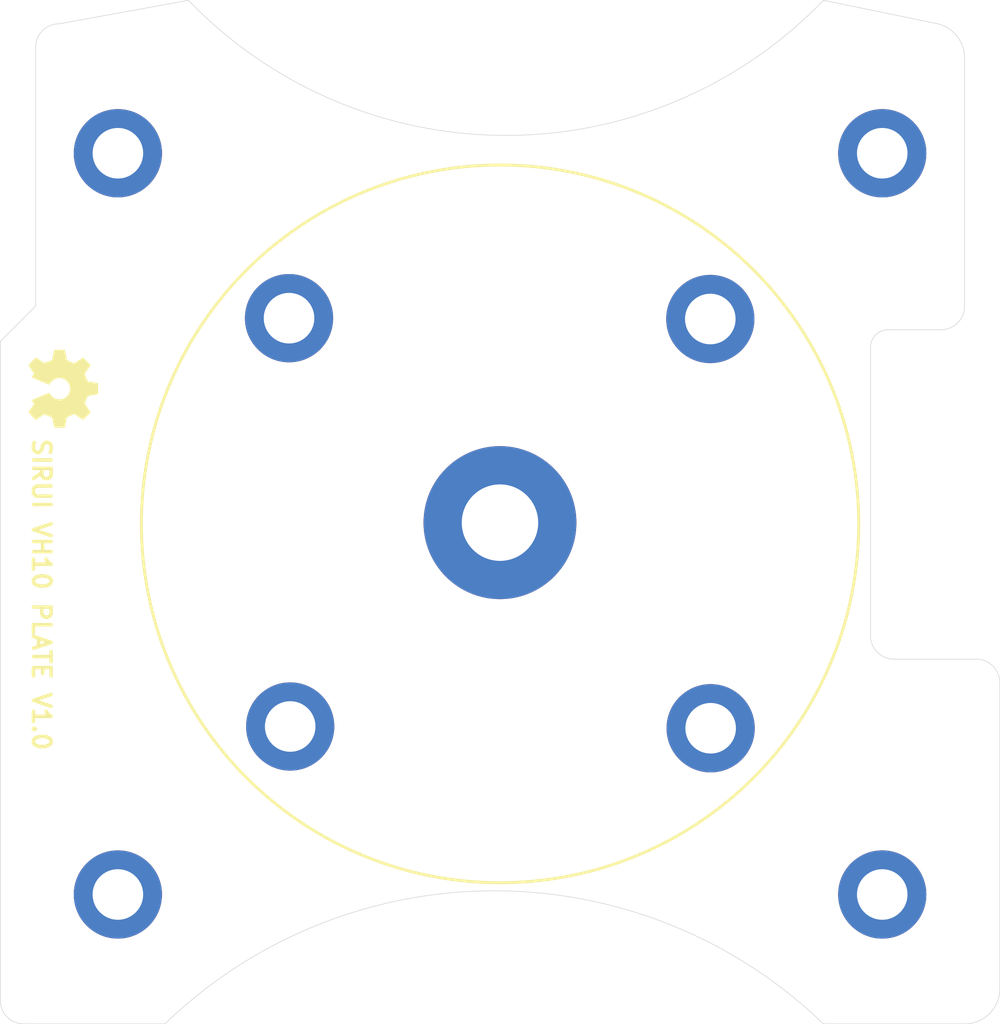
<source format=kicad_pcb>
(kicad_pcb (version 20171130) (host pcbnew "(5.1.5)-3")

  (general
    (thickness 1.6)
    (drawings 27)
    (tracks 0)
    (zones 0)
    (modules 11)
    (nets 11)
  )

  (page A4)
  (layers
    (0 F.Cu signal)
    (31 B.Cu signal)
    (32 B.Adhes user)
    (33 F.Adhes user)
    (34 B.Paste user)
    (35 F.Paste user)
    (36 B.SilkS user)
    (37 F.SilkS user)
    (38 B.Mask user)
    (39 F.Mask user)
    (40 Dwgs.User user)
    (41 Cmts.User user)
    (42 Eco1.User user)
    (43 Eco2.User user)
    (44 Edge.Cuts user)
    (45 Margin user)
    (46 B.CrtYd user)
    (47 F.CrtYd user)
    (48 B.Fab user)
    (49 F.Fab user)
  )

  (setup
    (last_trace_width 0.25)
    (trace_clearance 0.2)
    (zone_clearance 0.508)
    (zone_45_only no)
    (trace_min 0.2)
    (via_size 0.8)
    (via_drill 0.4)
    (via_min_size 0.4)
    (via_min_drill 0.3)
    (uvia_size 0.3)
    (uvia_drill 0.1)
    (uvias_allowed no)
    (uvia_min_size 0.2)
    (uvia_min_drill 0.1)
    (edge_width 0.05)
    (segment_width 0.2)
    (pcb_text_width 0.3)
    (pcb_text_size 1.5 1.5)
    (mod_edge_width 0.12)
    (mod_text_size 1 1)
    (mod_text_width 0.15)
    (pad_size 1.524 1.524)
    (pad_drill 0.762)
    (pad_to_mask_clearance 0.051)
    (solder_mask_min_width 0.25)
    (aux_axis_origin 0 0)
    (visible_elements 7FFFFFFF)
    (pcbplotparams
      (layerselection 0x010fc_ffffffff)
      (usegerberextensions false)
      (usegerberattributes false)
      (usegerberadvancedattributes false)
      (creategerberjobfile false)
      (excludeedgelayer true)
      (linewidth 0.100000)
      (plotframeref false)
      (viasonmask false)
      (mode 1)
      (useauxorigin false)
      (hpglpennumber 1)
      (hpglpenspeed 20)
      (hpglpendiameter 15.000000)
      (psnegative false)
      (psa4output false)
      (plotreference true)
      (plotvalue true)
      (plotinvisibletext false)
      (padsonsilk false)
      (subtractmaskfromsilk false)
      (outputformat 1)
      (mirror false)
      (drillshape 0)
      (scaleselection 1)
      (outputdirectory "GERBER/"))
  )

  (net 0 "")
  (net 1 "Net-(J1-Pad1)")
  (net 2 "Net-(J2-Pad1)")
  (net 3 "Net-(J3-Pad1)")
  (net 4 "Net-(J4-Pad1)")
  (net 5 "Net-(J5-Pad1)")
  (net 6 "Net-(J6-Pad1)")
  (net 7 "Net-(J7-Pad1)")
  (net 8 "Net-(J8-Pad1)")
  (net 9 "Net-(J9-Pad1)")
  (net 10 "Net-(J10-Pad1)")

  (net_class Default "This is the default net class."
    (clearance 0.2)
    (trace_width 0.25)
    (via_dia 0.8)
    (via_drill 0.4)
    (uvia_dia 0.3)
    (uvia_drill 0.1)
    (add_net "Net-(J1-Pad1)")
    (add_net "Net-(J10-Pad1)")
    (add_net "Net-(J2-Pad1)")
    (add_net "Net-(J3-Pad1)")
    (add_net "Net-(J4-Pad1)")
    (add_net "Net-(J5-Pad1)")
    (add_net "Net-(J6-Pad1)")
    (add_net "Net-(J7-Pad1)")
    (add_net "Net-(J8-Pad1)")
    (add_net "Net-(J9-Pad1)")
  )

  (module MountingHole:MountingHole_4.5mm (layer F.Cu) (tedit 56D1B4CB) (tstamp 5ED3E070)
    (at 119 76)
    (descr "Mounting Hole 4.5mm, no annular")
    (tags "mounting hole 4.5mm no annular")
    (path /5ED4A66B)
    (attr virtual)
    (fp_text reference J10 (at -3.5 -5) (layer F.SilkS) hide
      (effects (font (size 1 1) (thickness 0.15)))
    )
    (fp_text value "Extra 4.5mm hole" (at 0 0) (layer F.Fab) hide
      (effects (font (size 1 1) (thickness 0.15)))
    )
    (fp_circle (center 0 0) (end 4.75 0) (layer F.CrtYd) (width 0.05))
    (fp_circle (center 0 0) (end 4.5 0) (layer Cmts.User) (width 0.15))
    (fp_text user %R (at -1.5 1.5) (layer F.Fab) hide
      (effects (font (size 1 1) (thickness 0.15)))
    )
    (pad 1 np_thru_hole circle (at 0 0) (size 4.5 4.5) (drill 4.5) (layers *.Cu *.Mask)
      (net 10 "Net-(J10-Pad1)"))
  )

  (module Symbol:OSHW-Symbol_6.7x6mm_SilkScreen (layer F.Cu) (tedit 0) (tstamp 5ED3D4C0)
    (at 100.342294 97.004656 270)
    (descr "Open Source Hardware Symbol")
    (tags "Logo Symbol OSHW")
    (path /5ED48567)
    (attr virtual)
    (fp_text reference LOGO1 (at 0 0.5 90) (layer F.SilkS) hide
      (effects (font (size 1 1) (thickness 0.15)))
    )
    (fp_text value "OS logo" (at 0 1.5 90) (layer F.Fab) hide
      (effects (font (size 1 1) (thickness 0.15)))
    )
    (fp_poly (pts (xy 0.555814 -2.531069) (xy 0.639635 -2.086445) (xy 0.94892 -1.958947) (xy 1.258206 -1.831449)
      (xy 1.629246 -2.083754) (xy 1.733157 -2.154004) (xy 1.827087 -2.216728) (xy 1.906652 -2.269062)
      (xy 1.96747 -2.308143) (xy 2.005157 -2.331107) (xy 2.015421 -2.336058) (xy 2.03391 -2.323324)
      (xy 2.07342 -2.288118) (xy 2.129522 -2.234938) (xy 2.197787 -2.168282) (xy 2.273786 -2.092646)
      (xy 2.353092 -2.012528) (xy 2.431275 -1.932426) (xy 2.503907 -1.856836) (xy 2.566559 -1.790255)
      (xy 2.614803 -1.737182) (xy 2.64421 -1.702113) (xy 2.651241 -1.690377) (xy 2.641123 -1.66874)
      (xy 2.612759 -1.621338) (xy 2.569129 -1.552807) (xy 2.513218 -1.467785) (xy 2.448006 -1.370907)
      (xy 2.410219 -1.31565) (xy 2.341343 -1.214752) (xy 2.28014 -1.123701) (xy 2.229578 -1.04703)
      (xy 2.192628 -0.989272) (xy 2.172258 -0.954957) (xy 2.169197 -0.947746) (xy 2.176136 -0.927252)
      (xy 2.195051 -0.879487) (xy 2.223087 -0.811168) (xy 2.257391 -0.729011) (xy 2.295109 -0.63973)
      (xy 2.333387 -0.550042) (xy 2.36937 -0.466662) (xy 2.400206 -0.396306) (xy 2.423039 -0.34569)
      (xy 2.435017 -0.321529) (xy 2.435724 -0.320578) (xy 2.454531 -0.315964) (xy 2.504618 -0.305672)
      (xy 2.580793 -0.290713) (xy 2.677865 -0.272099) (xy 2.790643 -0.250841) (xy 2.856442 -0.238582)
      (xy 2.97695 -0.215638) (xy 3.085797 -0.193805) (xy 3.177476 -0.174278) (xy 3.246481 -0.158252)
      (xy 3.287304 -0.146921) (xy 3.295511 -0.143326) (xy 3.303548 -0.118994) (xy 3.310033 -0.064041)
      (xy 3.31497 0.015108) (xy 3.318364 0.112026) (xy 3.320218 0.220287) (xy 3.320538 0.333465)
      (xy 3.319327 0.445135) (xy 3.31659 0.548868) (xy 3.312331 0.638241) (xy 3.306555 0.706826)
      (xy 3.299267 0.748197) (xy 3.294895 0.75681) (xy 3.268764 0.767133) (xy 3.213393 0.781892)
      (xy 3.136107 0.799352) (xy 3.04423 0.81778) (xy 3.012158 0.823741) (xy 2.857524 0.852066)
      (xy 2.735375 0.874876) (xy 2.641673 0.89308) (xy 2.572384 0.907583) (xy 2.523471 0.919292)
      (xy 2.490897 0.929115) (xy 2.470628 0.937956) (xy 2.458626 0.946724) (xy 2.456947 0.948457)
      (xy 2.440184 0.976371) (xy 2.414614 1.030695) (xy 2.382788 1.104777) (xy 2.34726 1.191965)
      (xy 2.310583 1.285608) (xy 2.275311 1.379052) (xy 2.243996 1.465647) (xy 2.219193 1.53874)
      (xy 2.203454 1.591678) (xy 2.199332 1.617811) (xy 2.199676 1.618726) (xy 2.213641 1.640086)
      (xy 2.245322 1.687084) (xy 2.291391 1.754827) (xy 2.348518 1.838423) (xy 2.413373 1.932982)
      (xy 2.431843 1.959854) (xy 2.497699 2.057275) (xy 2.55565 2.146163) (xy 2.602538 2.221412)
      (xy 2.635207 2.27792) (xy 2.6505 2.310581) (xy 2.651241 2.314593) (xy 2.638392 2.335684)
      (xy 2.602888 2.377464) (xy 2.549293 2.435445) (xy 2.482171 2.505135) (xy 2.406087 2.582045)
      (xy 2.325604 2.661683) (xy 2.245287 2.739561) (xy 2.169699 2.811186) (xy 2.103405 2.87207)
      (xy 2.050969 2.917721) (xy 2.016955 2.94365) (xy 2.007545 2.947883) (xy 1.985643 2.937912)
      (xy 1.9408 2.91102) (xy 1.880321 2.871736) (xy 1.833789 2.840117) (xy 1.749475 2.782098)
      (xy 1.649626 2.713784) (xy 1.549473 2.645579) (xy 1.495627 2.609075) (xy 1.313371 2.4858)
      (xy 1.160381 2.56852) (xy 1.090682 2.604759) (xy 1.031414 2.632926) (xy 0.991311 2.648991)
      (xy 0.981103 2.651226) (xy 0.968829 2.634722) (xy 0.944613 2.588082) (xy 0.910263 2.515609)
      (xy 0.867588 2.421606) (xy 0.818394 2.310374) (xy 0.76449 2.186215) (xy 0.707684 2.053432)
      (xy 0.649782 1.916327) (xy 0.592593 1.779202) (xy 0.537924 1.646358) (xy 0.487584 1.522098)
      (xy 0.44338 1.410725) (xy 0.407119 1.316539) (xy 0.380609 1.243844) (xy 0.365658 1.196941)
      (xy 0.363254 1.180833) (xy 0.382311 1.160286) (xy 0.424036 1.126933) (xy 0.479706 1.087702)
      (xy 0.484378 1.084599) (xy 0.628264 0.969423) (xy 0.744283 0.835053) (xy 0.83143 0.685784)
      (xy 0.888699 0.525913) (xy 0.915086 0.359737) (xy 0.909585 0.191552) (xy 0.87119 0.025655)
      (xy 0.798895 -0.133658) (xy 0.777626 -0.168513) (xy 0.666996 -0.309263) (xy 0.536302 -0.422286)
      (xy 0.390064 -0.506997) (xy 0.232808 -0.562806) (xy 0.069057 -0.589126) (xy -0.096667 -0.58537)
      (xy -0.259838 -0.55095) (xy -0.415935 -0.485277) (xy -0.560433 -0.387765) (xy -0.605131 -0.348187)
      (xy -0.718888 -0.224297) (xy -0.801782 -0.093876) (xy -0.858644 0.052315) (xy -0.890313 0.197088)
      (xy -0.898131 0.35986) (xy -0.872062 0.52344) (xy -0.814755 0.682298) (xy -0.728856 0.830906)
      (xy -0.617014 0.963735) (xy -0.481877 1.075256) (xy -0.464117 1.087011) (xy -0.40785 1.125508)
      (xy -0.365077 1.158863) (xy -0.344628 1.18016) (xy -0.344331 1.180833) (xy -0.348721 1.203871)
      (xy -0.366124 1.256157) (xy -0.394732 1.33339) (xy -0.432735 1.431268) (xy -0.478326 1.545491)
      (xy -0.529697 1.671758) (xy -0.585038 1.805767) (xy -0.642542 1.943218) (xy -0.700399 2.079808)
      (xy -0.756802 2.211237) (xy -0.809942 2.333205) (xy -0.85801 2.441409) (xy -0.899199 2.531549)
      (xy -0.931699 2.599323) (xy -0.953703 2.64043) (xy -0.962564 2.651226) (xy -0.98964 2.642819)
      (xy -1.040303 2.620272) (xy -1.105817 2.587613) (xy -1.141841 2.56852) (xy -1.294832 2.4858)
      (xy -1.477088 2.609075) (xy -1.570125 2.672228) (xy -1.671985 2.741727) (xy -1.767438 2.807165)
      (xy -1.81525 2.840117) (xy -1.882495 2.885273) (xy -1.939436 2.921057) (xy -1.978646 2.942938)
      (xy -1.991381 2.947563) (xy -2.009917 2.935085) (xy -2.050941 2.900252) (xy -2.110475 2.846678)
      (xy -2.184542 2.777983) (xy -2.269165 2.697781) (xy -2.322685 2.646286) (xy -2.416319 2.554286)
      (xy -2.497241 2.471999) (xy -2.562177 2.402945) (xy -2.607858 2.350644) (xy -2.631011 2.318616)
      (xy -2.633232 2.312116) (xy -2.622924 2.287394) (xy -2.594439 2.237405) (xy -2.550937 2.167212)
      (xy -2.495577 2.081875) (xy -2.43152 1.986456) (xy -2.413303 1.959854) (xy -2.346927 1.863167)
      (xy -2.287378 1.776117) (xy -2.237984 1.703595) (xy -2.202075 1.650493) (xy -2.182981 1.621703)
      (xy -2.181136 1.618726) (xy -2.183895 1.595782) (xy -2.198538 1.545336) (xy -2.222513 1.474041)
      (xy -2.253266 1.388547) (xy -2.288244 1.295507) (xy -2.324893 1.201574) (xy -2.360661 1.113399)
      (xy -2.392994 1.037634) (xy -2.419338 0.980931) (xy -2.437142 0.949943) (xy -2.438407 0.948457)
      (xy -2.449294 0.939601) (xy -2.467682 0.930843) (xy -2.497606 0.921277) (xy -2.543103 0.909996)
      (xy -2.608209 0.896093) (xy -2.696961 0.878663) (xy -2.813393 0.856798) (xy -2.961542 0.829591)
      (xy -2.993618 0.823741) (xy -3.088686 0.805374) (xy -3.171565 0.787405) (xy -3.23493 0.771569)
      (xy -3.271458 0.7596) (xy -3.276356 0.75681) (xy -3.284427 0.732072) (xy -3.290987 0.67679)
      (xy -3.296033 0.597389) (xy -3.299559 0.500296) (xy -3.301561 0.391938) (xy -3.302036 0.27874)
      (xy -3.300977 0.167128) (xy -3.298382 0.063529) (xy -3.294246 -0.025632) (xy -3.288563 -0.093928)
      (xy -3.281331 -0.134934) (xy -3.276971 -0.143326) (xy -3.252698 -0.151792) (xy -3.197426 -0.165565)
      (xy -3.116662 -0.18345) (xy -3.015912 -0.204252) (xy -2.900683 -0.226777) (xy -2.837902 -0.238582)
      (xy -2.718787 -0.260849) (xy -2.612565 -0.281021) (xy -2.524427 -0.298085) (xy -2.459566 -0.311031)
      (xy -2.423174 -0.318845) (xy -2.417184 -0.320578) (xy -2.407061 -0.34011) (xy -2.385662 -0.387157)
      (xy -2.355839 -0.454997) (xy -2.320445 -0.536909) (xy -2.282332 -0.626172) (xy -2.244353 -0.716065)
      (xy -2.20936 -0.799865) (xy -2.180206 -0.870853) (xy -2.159743 -0.922306) (xy -2.150823 -0.947503)
      (xy -2.150657 -0.948604) (xy -2.160769 -0.968481) (xy -2.189117 -1.014223) (xy -2.232723 -1.081283)
      (xy -2.288606 -1.165116) (xy -2.353787 -1.261174) (xy -2.391679 -1.31635) (xy -2.460725 -1.417519)
      (xy -2.52205 -1.50937) (xy -2.572663 -1.587256) (xy -2.609571 -1.646531) (xy -2.629782 -1.682549)
      (xy -2.632701 -1.690623) (xy -2.620153 -1.709416) (xy -2.585463 -1.749543) (xy -2.533063 -1.806507)
      (xy -2.467384 -1.875815) (xy -2.392856 -1.952969) (xy -2.313913 -2.033475) (xy -2.234983 -2.112837)
      (xy -2.1605 -2.18656) (xy -2.094894 -2.250148) (xy -2.042596 -2.299106) (xy -2.008039 -2.328939)
      (xy -1.996478 -2.336058) (xy -1.977654 -2.326047) (xy -1.932631 -2.297922) (xy -1.865787 -2.254546)
      (xy -1.781499 -2.198782) (xy -1.684144 -2.133494) (xy -1.610707 -2.083754) (xy -1.239667 -1.831449)
      (xy -0.621095 -2.086445) (xy -0.537275 -2.531069) (xy -0.453454 -2.975693) (xy 0.471994 -2.975693)
      (xy 0.555814 -2.531069)) (layer F.SilkS) (width 0.01))
  )

  (module MountingHole:MountingHole_6.5mm_Pad (layer F.Cu) (tedit 56D1B4CB) (tstamp 5ED3B6D2)
    (at 137.492192 108.395817)
    (descr "Mounting Hole 6.5mm")
    (tags "mounting hole 6.5mm")
    (path /5ED3CF09)
    (attr virtual)
    (fp_text reference J9 (at 0 -7.5) (layer F.SilkS) hide
      (effects (font (size 1 1) (thickness 0.15)))
    )
    (fp_text value "6.5mm hole" (at 0 7.5) (layer F.Fab)
      (effects (font (size 1 1) (thickness 0.15)))
    )
    (fp_circle (center 0 0) (end 6.75 0) (layer F.CrtYd) (width 0.05))
    (fp_circle (center 0 0) (end 6.5 0) (layer Cmts.User) (width 0.15))
    (fp_text user %R (at 0.3 0) (layer F.Fab)
      (effects (font (size 1 1) (thickness 0.15)))
    )
    (pad 1 thru_hole circle (at 0 0) (size 13 13) (drill 6.5) (layers *.Cu *.Mask)
      (net 9 "Net-(J9-Pad1)"))
  )

  (module MountingHole:MountingHole_4.3mm_M4_DIN965_Pad (layer F.Cu) (tedit 56D1B4CB) (tstamp 5ED3B619)
    (at 155.408267 125.871451)
    (descr "Mounting Hole 4.3mm, M4, DIN965")
    (tags "mounting hole 4.3mm m4 din965")
    (path /5ED3F085)
    (attr virtual)
    (fp_text reference J8 (at 0 -4.75) (layer F.SilkS) hide
      (effects (font (size 1 1) (thickness 0.15)))
    )
    (fp_text value "4.3mm hole" (at 0 4.75) (layer F.Fab)
      (effects (font (size 1 1) (thickness 0.15)))
    )
    (fp_circle (center 0 0) (end 4 0) (layer F.CrtYd) (width 0.05))
    (fp_circle (center 0 0) (end 3.75 0) (layer Cmts.User) (width 0.15))
    (fp_text user %R (at 0.3 0) (layer F.Fab)
      (effects (font (size 1 1) (thickness 0.15)))
    )
    (pad 1 thru_hole circle (at 0 0) (size 7.5 7.5) (drill 4.3) (layers *.Cu *.Mask)
      (net 8 "Net-(J8-Pad1)"))
  )

  (module MountingHole:MountingHole_4.3mm_M4_DIN965_Pad (layer F.Cu) (tedit 56D1B4CB) (tstamp 5ED3B611)
    (at 170 77)
    (descr "Mounting Hole 4.3mm, M4, DIN965")
    (tags "mounting hole 4.3mm m4 din965")
    (path /5ED3ECAE)
    (attr virtual)
    (fp_text reference J7 (at 0 -4.75) (layer F.SilkS) hide
      (effects (font (size 1 1) (thickness 0.15)))
    )
    (fp_text value "4.3mm hole" (at 0 4.75) (layer F.Fab)
      (effects (font (size 1 1) (thickness 0.15)))
    )
    (fp_circle (center 0 0) (end 4 0) (layer F.CrtYd) (width 0.05))
    (fp_circle (center 0 0) (end 3.75 0) (layer Cmts.User) (width 0.15))
    (fp_text user %R (at 0.3 0) (layer F.Fab)
      (effects (font (size 1 1) (thickness 0.15)))
    )
    (pad 1 thru_hole circle (at 0 0) (size 7.5 7.5) (drill 4.3) (layers *.Cu *.Mask)
      (net 7 "Net-(J7-Pad1)"))
  )

  (module MountingHole:MountingHole_4.3mm_M4_DIN965_Pad (layer F.Cu) (tedit 56D1B4CB) (tstamp 5ED3B609)
    (at 119.652497 125.721918)
    (descr "Mounting Hole 4.3mm, M4, DIN965")
    (tags "mounting hole 4.3mm m4 din965")
    (path /5ED3E8B7)
    (attr virtual)
    (fp_text reference J6 (at 0 -4.75) (layer F.SilkS) hide
      (effects (font (size 1 1) (thickness 0.15)))
    )
    (fp_text value "4.3mm hole" (at 0 4.75) (layer F.Fab)
      (effects (font (size 1 1) (thickness 0.15)))
    )
    (fp_circle (center 0 0) (end 4 0) (layer F.CrtYd) (width 0.05))
    (fp_circle (center 0 0) (end 3.75 0) (layer Cmts.User) (width 0.15))
    (fp_text user %R (at 0.3 0) (layer F.Fab)
      (effects (font (size 1 1) (thickness 0.15)))
    )
    (pad 1 thru_hole circle (at 0 0) (size 7.5 7.5) (drill 4.3) (layers *.Cu *.Mask)
      (net 6 "Net-(J6-Pad1)"))
  )

  (module MountingHole:MountingHole_4.3mm_M4_DIN965_Pad (layer F.Cu) (tedit 56D1B4CB) (tstamp 5ED3B601)
    (at 105 77)
    (descr "Mounting Hole 4.3mm, M4, DIN965")
    (tags "mounting hole 4.3mm m4 din965")
    (path /5ED3E139)
    (attr virtual)
    (fp_text reference J5 (at 0 -4.75) (layer F.SilkS) hide
      (effects (font (size 1 1) (thickness 0.15)))
    )
    (fp_text value "4.3mm hole" (at 0 4.75) (layer F.Fab)
      (effects (font (size 1 1) (thickness 0.15)))
    )
    (fp_circle (center 0 0) (end 4 0) (layer F.CrtYd) (width 0.05))
    (fp_circle (center 0 0) (end 3.75 0) (layer Cmts.User) (width 0.15))
    (fp_text user %R (at 0.3 0) (layer F.Fab)
      (effects (font (size 1 1) (thickness 0.15)))
    )
    (pad 1 thru_hole circle (at 0 0) (size 7.5 7.5) (drill 4.3) (layers *.Cu *.Mask)
      (net 5 "Net-(J5-Pad1)"))
  )

  (module MountingHole:MountingHole_4.3mm_M4_DIN965_Pad (layer F.Cu) (tedit 56D1B4CB) (tstamp 5ED3CD18)
    (at 155.378471 91.088532)
    (descr "Mounting Hole 4.3mm, M4, DIN965")
    (tags "mounting hole 4.3mm m4 din965")
    (path /5ED3DABB)
    (attr virtual)
    (fp_text reference J4 (at 0 -4.75) (layer F.SilkS) hide
      (effects (font (size 1 1) (thickness 0.15)))
    )
    (fp_text value "4.3mm hole" (at 0 4.75) (layer F.Fab)
      (effects (font (size 1 1) (thickness 0.15)))
    )
    (fp_circle (center 0 0) (end 4 0) (layer F.CrtYd) (width 0.05))
    (fp_circle (center 0 0) (end 3.75 0) (layer Cmts.User) (width 0.15))
    (fp_text user %R (at 0.3 0) (layer F.Fab)
      (effects (font (size 1 1) (thickness 0.15)))
    )
    (pad 1 thru_hole circle (at 0 0) (size 7.5 7.5) (drill 4.3) (layers *.Cu *.Mask)
      (net 4 "Net-(J4-Pad1)"))
  )

  (module MountingHole:MountingHole_4.3mm_M4_DIN965_Pad (layer F.Cu) (tedit 56D1B4CB) (tstamp 5ED3B5F1)
    (at 170 140)
    (descr "Mounting Hole 4.3mm, M4, DIN965")
    (tags "mounting hole 4.3mm m4 din965")
    (path /5ED3D7B3)
    (attr virtual)
    (fp_text reference J3 (at 0 -4.75) (layer F.SilkS) hide
      (effects (font (size 1 1) (thickness 0.15)))
    )
    (fp_text value "4.3mm hole" (at 0 4.75) (layer F.Fab)
      (effects (font (size 1 1) (thickness 0.15)))
    )
    (fp_circle (center 0 0) (end 4 0) (layer F.CrtYd) (width 0.05))
    (fp_circle (center 0 0) (end 3.75 0) (layer Cmts.User) (width 0.15))
    (fp_text user %R (at 0.3 0) (layer F.Fab)
      (effects (font (size 1 1) (thickness 0.15)))
    )
    (pad 1 thru_hole circle (at 0 0) (size 7.5 7.5) (drill 4.3) (layers *.Cu *.Mask)
      (net 3 "Net-(J3-Pad1)"))
  )

  (module MountingHole:MountingHole_4.3mm_M4_DIN965_Pad (layer F.Cu) (tedit 56D1B4CB) (tstamp 5ED3B9EF)
    (at 119.554688 91.018229)
    (descr "Mounting Hole 4.3mm, M4, DIN965")
    (tags "mounting hole 4.3mm m4 din965")
    (path /5ED3D552)
    (attr virtual)
    (fp_text reference J2 (at 0 -4.75) (layer F.SilkS) hide
      (effects (font (size 1 1) (thickness 0.15)))
    )
    (fp_text value "4.3mm hole" (at 0 4.75) (layer F.Fab)
      (effects (font (size 1 1) (thickness 0.15)))
    )
    (fp_circle (center 0 0) (end 4 0) (layer F.CrtYd) (width 0.05))
    (fp_circle (center 0 0) (end 3.75 0) (layer Cmts.User) (width 0.15))
    (fp_text user %R (at 0.3 0) (layer F.Fab)
      (effects (font (size 1 1) (thickness 0.15)))
    )
    (pad 1 thru_hole circle (at 0 0) (size 7.5 7.5) (drill 4.3) (layers *.Cu *.Mask)
      (net 2 "Net-(J2-Pad1)"))
  )

  (module MountingHole:MountingHole_4.3mm_M4_DIN965_Pad (layer F.Cu) (tedit 56D1B4CB) (tstamp 5ED3B5E1)
    (at 105 140)
    (descr "Mounting Hole 4.3mm, M4, DIN965")
    (tags "mounting hole 4.3mm m4 din965")
    (path /5ED3C030)
    (attr virtual)
    (fp_text reference J1 (at 0 -4.75) (layer F.SilkS) hide
      (effects (font (size 1 1) (thickness 0.15)))
    )
    (fp_text value "4.3mm hole" (at 0 4.75) (layer F.Fab)
      (effects (font (size 1 1) (thickness 0.15)))
    )
    (fp_circle (center 0 0) (end 4 0) (layer F.CrtYd) (width 0.05))
    (fp_circle (center 0 0) (end 3.75 0) (layer Cmts.User) (width 0.15))
    (fp_text user %R (at 0.3 0) (layer F.Fab)
      (effects (font (size 1 1) (thickness 0.15)))
    )
    (pad 1 thru_hole circle (at 0 0) (size 7.5 7.5) (drill 4.3) (layers *.Cu *.Mask)
      (net 1 "Net-(J1-Pad1)"))
  )

  (gr_text "SIRUI VH10 PLATE V1.0" (at 98.5 114.5 270) (layer F.SilkS)
    (effects (font (size 1.5 1.5) (thickness 0.3)))
  )
  (gr_circle (center 137.5 108.5) (end 168 108.5) (layer F.SilkS) (width 0.25))
  (gr_circle (center 137.5 108.5) (end 137.5 83.5) (layer Dwgs.User) (width 0.15))
  (gr_arc (start 137.999999 38.000001) (end 111 64) (angle -92.16184837) (layer Edge.Cuts) (width 0.05))
  (gr_line (start 177 151) (end 164.999999 151.000001) (layer Edge.Cuts) (width 0.05) (tstamp 5ED3CC84))
  (gr_arc (start 137 180) (end 164.999999 151.000001) (angle -87.98982799) (layer Edge.Cuts) (width 0.05))
  (gr_arc (start 100 68) (end 100 66) (angle -90) (layer Edge.Cuts) (width 0.05))
  (gr_line (start 111 64) (end 100 66) (layer Edge.Cuts) (width 0.05))
  (gr_arc (start 97 149) (end 95 149) (angle -90) (layer Edge.Cuts) (width 0.05))
  (gr_arc (start 177 148) (end 177 151) (angle -90) (layer Edge.Cuts) (width 0.05))
  (gr_arc (start 178 122) (end 180 122) (angle -90) (layer Edge.Cuts) (width 0.05))
  (gr_arc (start 171 118) (end 169 118) (angle -90) (layer Edge.Cuts) (width 0.05))
  (gr_arc (start 170.5 93.5) (end 170.5 92) (angle -90) (layer Edge.Cuts) (width 0.05))
  (gr_arc (start 175 90) (end 175 92) (angle -90) (layer Edge.Cuts) (width 0.05))
  (gr_arc (start 174 68.910428) (end 177 69) (angle -77.67394765) (layer Edge.Cuts) (width 0.05))
  (gr_line (start 165 64) (end 174.727607 66) (layer Edge.Cuts) (width 0.05))
  (gr_line (start 105 77) (end 170 140) (layer Dwgs.User) (width 0.12))
  (gr_line (start 170 77) (end 105 140) (layer Dwgs.User) (width 0.12))
  (gr_line (start 98 90) (end 95 93) (layer Edge.Cuts) (width 0.05) (tstamp 5ED3B93C))
  (gr_line (start 98 68) (end 98 90) (layer Edge.Cuts) (width 0.05) (tstamp 5ED3B770))
  (gr_line (start 177 90) (end 177 69) (layer Edge.Cuts) (width 0.05))
  (gr_line (start 170.5 92) (end 175 92) (layer Edge.Cuts) (width 0.05))
  (gr_line (start 169 118) (end 169 93.5) (layer Edge.Cuts) (width 0.05))
  (gr_line (start 178 120) (end 171 120) (layer Edge.Cuts) (width 0.05))
  (gr_line (start 180 148) (end 180 122) (layer Edge.Cuts) (width 0.05))
  (gr_line (start 95 149) (end 95 93) (layer Edge.Cuts) (width 0.05))
  (gr_line (start 97 151) (end 109.000001 151.000001) (layer Edge.Cuts) (width 0.05))

)

</source>
